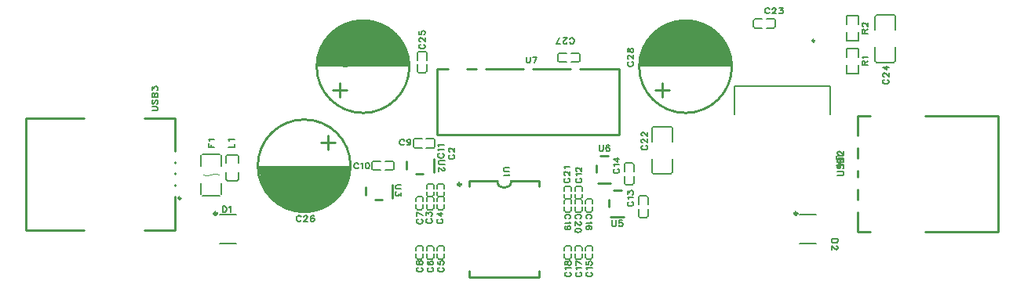
<source format=gto>
G04 Layer: TopSilkscreenLayer*
G04 EasyEDA Pro v2.2.36.7, 2025-03-08 17:24:09*
G04 Gerber Generator version 0.3*
G04 Scale: 100 percent, Rotated: No, Reflected: No*
G04 Dimensions in millimeters*
G04 Leading zeros omitted, absolute positions, 4 integers and 5 decimals*
%FSLAX45Y45*%
%MOMM*%
%ADD10C,0.1524*%
%ADD11C,0.254*%
%ADD12C,0.0762*%
%ADD13C,0.15199*%
%ADD14C,0.3*%
G75*


G04 Text Start*
G54D10*
G01X1874520Y-2217166D02*
G01X1874520Y-2282190D01*
G01X1874520Y-2217166D02*
G01X1896110Y-2217166D01*
G01X1905508Y-2220214D01*
G01X1911604Y-2226310D01*
G01X1914652Y-2232660D01*
G01X1917954Y-2241804D01*
G01X1917954Y-2257298D01*
G01X1914652Y-2266696D01*
G01X1911604Y-2272792D01*
G01X1905508Y-2279142D01*
G01X1896110Y-2282190D01*
G01X1874520Y-2282190D01*
G01X1948180Y-2229612D02*
G01X1954276Y-2226310D01*
G01X1963420Y-2217166D01*
G01X1963420Y-2282190D01*
G01X8514334Y-2573020D02*
G01X8449310Y-2573020D01*
G01X8514334Y-2573020D02*
G01X8514334Y-2594610D01*
G01X8511286Y-2604008D01*
G01X8505190Y-2610104D01*
G01X8498840Y-2613152D01*
G01X8489696Y-2616454D01*
G01X8474202Y-2616454D01*
G01X8464804Y-2613152D01*
G01X8458708Y-2610104D01*
G01X8452358Y-2604008D01*
G01X8449310Y-2594610D01*
G01X8449310Y-2573020D01*
G01X8498840Y-2649728D02*
G01X8501888Y-2649728D01*
G01X8508238Y-2652776D01*
G01X8511286Y-2655824D01*
G01X8514334Y-2661920D01*
G01X8514334Y-2674366D01*
G01X8511286Y-2680716D01*
G01X8508238Y-2683764D01*
G01X8501888Y-2686812D01*
G01X8495792Y-2686812D01*
G01X8489696Y-2683764D01*
G01X8480298Y-2677414D01*
G01X8449310Y-2646680D01*
G01X8449310Y-2689860D01*
G01X4971034Y-1798320D02*
G01X4924552Y-1798320D01*
G01X4915408Y-1801368D01*
G01X4909058Y-1807718D01*
G01X4906010Y-1816862D01*
G01X4906010Y-1823212D01*
G01X4909058Y-1832356D01*
G01X4915408Y-1838452D01*
G01X4924552Y-1841754D01*
G01X4971034Y-1841754D01*
G01X4958588Y-1871980D02*
G01X4961890Y-1878076D01*
G01X4971034Y-1887220D01*
G01X4906010Y-1887220D01*
G01X8565134Y-1671320D02*
G01X8518652Y-1671320D01*
G01X8509508Y-1674368D01*
G01X8503158Y-1680718D01*
G01X8500110Y-1689862D01*
G01X8500110Y-1696212D01*
G01X8503158Y-1705356D01*
G01X8509508Y-1711452D01*
G01X8518652Y-1714754D01*
G01X8565134Y-1714754D01*
G01X8565134Y-1775714D02*
G01X8521954Y-1744980D01*
G01X8521954Y-1791208D01*
G01X8565134Y-1775714D02*
G01X8500110Y-1775714D01*
G01X5151115Y-604266D02*
G01X5151115Y-650748D01*
G01X5154163Y-659892D01*
G01X5160513Y-666242D01*
G01X5169657Y-669290D01*
G01X5176007Y-669290D01*
G01X5185151Y-666242D01*
G01X5191247Y-659892D01*
G01X5194549Y-650748D01*
G01X5194549Y-604266D01*
G01X5267955Y-604266D02*
G01X5236967Y-669290D01*
G01X5224775Y-604266D02*
G01X5267955Y-604266D01*
G01X8510372Y-1884680D02*
G01X8556854Y-1884680D01*
G01X8565998Y-1881632D01*
G01X8572348Y-1875282D01*
G01X8575396Y-1866138D01*
G01X8575396Y-1859788D01*
G01X8572348Y-1850644D01*
G01X8565998Y-1844548D01*
G01X8556854Y-1841246D01*
G01X8510372Y-1841246D01*
G01X8519516Y-1767840D02*
G01X8513420Y-1773936D01*
G01X8510372Y-1783334D01*
G01X8510372Y-1795780D01*
G01X8513420Y-1804924D01*
G01X8519516Y-1811020D01*
G01X8525866Y-1811020D01*
G01X8531962Y-1807972D01*
G01X8535010Y-1804924D01*
G01X8538058Y-1798828D01*
G01X8544408Y-1780286D01*
G01X8547456Y-1773936D01*
G01X8550504Y-1770888D01*
G01X8556854Y-1767840D01*
G01X8565998Y-1767840D01*
G01X8572348Y-1773936D01*
G01X8575396Y-1783334D01*
G01X8575396Y-1795780D01*
G01X8572348Y-1804924D01*
G01X8565998Y-1811020D01*
G01X8510372Y-1737614D02*
G01X8575396Y-1737614D01*
G01X8510372Y-1737614D02*
G01X8510372Y-1709928D01*
G01X8513420Y-1700530D01*
G01X8516468Y-1697482D01*
G01X8522818Y-1694434D01*
G01X8528914Y-1694434D01*
G01X8535010Y-1697482D01*
G01X8538058Y-1700530D01*
G01X8541360Y-1709928D01*
G01X8541360Y-1737614D02*
G01X8541360Y-1709928D01*
G01X8544408Y-1700530D01*
G01X8547456Y-1697482D01*
G01X8553552Y-1694434D01*
G01X8562950Y-1694434D01*
G01X8569046Y-1697482D01*
G01X8572348Y-1700530D01*
G01X8575396Y-1709928D01*
G01X8575396Y-1737614D01*
G01X8525866Y-1661160D02*
G01X8522818Y-1661160D01*
G01X8516468Y-1658112D01*
G01X8513420Y-1655064D01*
G01X8510372Y-1648968D01*
G01X8510372Y-1636522D01*
G01X8513420Y-1630172D01*
G01X8516468Y-1627124D01*
G01X8522818Y-1624076D01*
G01X8528914Y-1624076D01*
G01X8535010Y-1627124D01*
G01X8544408Y-1633474D01*
G01X8575396Y-1664208D01*
G01X8575396Y-1621028D01*
G01X4328160Y-1660398D02*
G01X4321810Y-1663446D01*
G01X4315714Y-1669796D01*
G01X4312666Y-1675892D01*
G01X4312666Y-1688338D01*
G01X4315714Y-1694434D01*
G01X4321810Y-1700784D01*
G01X4328160Y-1703832D01*
G01X4337304Y-1706880D01*
G01X4352798Y-1706880D01*
G01X4362196Y-1703832D01*
G01X4368292Y-1700784D01*
G01X4374642Y-1694434D01*
G01X4377690Y-1688338D01*
G01X4377690Y-1675892D01*
G01X4374642Y-1669796D01*
G01X4368292Y-1663446D01*
G01X4362196Y-1660398D01*
G01X4328160Y-1627124D02*
G01X4325112Y-1627124D01*
G01X4318762Y-1624076D01*
G01X4315714Y-1621028D01*
G01X4312666Y-1614932D01*
G01X4312666Y-1602486D01*
G01X4315714Y-1596136D01*
G01X4318762Y-1593088D01*
G01X4325112Y-1590040D01*
G01X4331208Y-1590040D01*
G01X4337304Y-1593088D01*
G01X4346702Y-1599438D01*
G01X4377690Y-1630172D01*
G01X4377690Y-1586992D01*
G01X4086860Y-2354326D02*
G01X4080510Y-2357374D01*
G01X4074414Y-2363724D01*
G01X4071366Y-2369820D01*
G01X4071366Y-2382266D01*
G01X4074414Y-2388362D01*
G01X4080510Y-2394712D01*
G01X4086860Y-2397760D01*
G01X4096004Y-2400808D01*
G01X4111498Y-2400808D01*
G01X4120896Y-2397760D01*
G01X4126992Y-2394712D01*
G01X4133342Y-2388362D01*
G01X4136390Y-2382266D01*
G01X4136390Y-2369820D01*
G01X4133342Y-2363724D01*
G01X4126992Y-2357374D01*
G01X4120896Y-2354326D01*
G01X4071366Y-2318004D02*
G01X4071366Y-2283968D01*
G01X4096004Y-2302510D01*
G01X4096004Y-2293366D01*
G01X4099052Y-2287016D01*
G01X4102354Y-2283968D01*
G01X4111498Y-2280920D01*
G01X4117848Y-2280920D01*
G01X4126992Y-2283968D01*
G01X4133342Y-2290064D01*
G01X4136390Y-2299462D01*
G01X4136390Y-2308860D01*
G01X4133342Y-2318004D01*
G01X4130040Y-2321052D01*
G01X4123944Y-2324100D01*
G01X4201160Y-2357374D02*
G01X4194810Y-2360422D01*
G01X4188714Y-2366772D01*
G01X4185666Y-2372868D01*
G01X4185666Y-2385314D01*
G01X4188714Y-2391410D01*
G01X4194810Y-2397760D01*
G01X4201160Y-2400808D01*
G01X4210304Y-2403856D01*
G01X4225798Y-2403856D01*
G01X4235196Y-2400808D01*
G01X4241292Y-2397760D01*
G01X4247642Y-2391410D01*
G01X4250690Y-2385314D01*
G01X4250690Y-2372868D01*
G01X4247642Y-2366772D01*
G01X4241292Y-2360422D01*
G01X4235196Y-2357374D01*
G01X4185666Y-2296414D02*
G01X4228846Y-2327148D01*
G01X4228846Y-2280920D01*
G01X4185666Y-2296414D02*
G01X4250690Y-2296414D01*
G01X4213860Y-2879598D02*
G01X4207510Y-2882646D01*
G01X4201414Y-2888996D01*
G01X4198366Y-2895092D01*
G01X4198366Y-2907538D01*
G01X4201414Y-2913634D01*
G01X4207510Y-2919984D01*
G01X4213860Y-2923032D01*
G01X4223004Y-2926080D01*
G01X4238498Y-2926080D01*
G01X4247896Y-2923032D01*
G01X4253992Y-2919984D01*
G01X4260342Y-2913634D01*
G01X4263390Y-2907538D01*
G01X4263390Y-2895092D01*
G01X4260342Y-2888996D01*
G01X4253992Y-2882646D01*
G01X4247896Y-2879598D01*
G01X4198366Y-2812288D02*
G01X4198366Y-2843276D01*
G01X4226052Y-2846324D01*
G01X4223004Y-2843276D01*
G01X4219956Y-2834132D01*
G01X4219956Y-2824734D01*
G01X4223004Y-2815336D01*
G01X4229354Y-2809240D01*
G01X4238498Y-2806192D01*
G01X4244848Y-2806192D01*
G01X4253992Y-2809240D01*
G01X4260342Y-2815336D01*
G01X4263390Y-2824734D01*
G01X4263390Y-2834132D01*
G01X4260342Y-2843276D01*
G01X4257040Y-2846324D01*
G01X4250944Y-2849372D01*
G01X4099560Y-2879598D02*
G01X4093210Y-2882646D01*
G01X4087114Y-2888996D01*
G01X4084066Y-2895092D01*
G01X4084066Y-2907538D01*
G01X4087114Y-2913634D01*
G01X4093210Y-2919984D01*
G01X4099560Y-2923032D01*
G01X4108704Y-2926080D01*
G01X4124198Y-2926080D01*
G01X4133596Y-2923032D01*
G01X4139692Y-2919984D01*
G01X4146042Y-2913634D01*
G01X4149090Y-2907538D01*
G01X4149090Y-2895092D01*
G01X4146042Y-2888996D01*
G01X4139692Y-2882646D01*
G01X4133596Y-2879598D01*
G01X4093210Y-2812288D02*
G01X4087114Y-2815336D01*
G01X4084066Y-2824734D01*
G01X4084066Y-2830830D01*
G01X4087114Y-2840228D01*
G01X4096512Y-2846324D01*
G01X4111752Y-2849372D01*
G01X4127246Y-2849372D01*
G01X4139692Y-2846324D01*
G01X4146042Y-2840228D01*
G01X4149090Y-2830830D01*
G01X4149090Y-2827782D01*
G01X4146042Y-2818638D01*
G01X4139692Y-2812288D01*
G01X4130548Y-2809240D01*
G01X4127246Y-2809240D01*
G01X4118102Y-2812288D01*
G01X4111752Y-2818638D01*
G01X4108704Y-2827782D01*
G01X4108704Y-2830830D01*
G01X4111752Y-2840228D01*
G01X4118102Y-2846324D01*
G01X4127246Y-2849372D01*
G01X3985260Y-2358898D02*
G01X3978910Y-2361946D01*
G01X3972814Y-2368296D01*
G01X3969766Y-2374392D01*
G01X3969766Y-2386838D01*
G01X3972814Y-2392934D01*
G01X3978910Y-2399284D01*
G01X3985260Y-2402332D01*
G01X3994404Y-2405380D01*
G01X4009898Y-2405380D01*
G01X4019296Y-2402332D01*
G01X4025392Y-2399284D01*
G01X4031742Y-2392934D01*
G01X4034790Y-2386838D01*
G01X4034790Y-2374392D01*
G01X4031742Y-2368296D01*
G01X4025392Y-2361946D01*
G01X4019296Y-2358898D01*
G01X3969766Y-2285492D02*
G01X4034790Y-2316480D01*
G01X3969766Y-2328672D02*
G01X3969766Y-2285492D01*
G01X3985260Y-2879598D02*
G01X3978910Y-2882646D01*
G01X3972814Y-2888996D01*
G01X3969766Y-2895092D01*
G01X3969766Y-2907538D01*
G01X3972814Y-2913634D01*
G01X3978910Y-2919984D01*
G01X3985260Y-2923032D01*
G01X3994404Y-2926080D01*
G01X4009898Y-2926080D01*
G01X4019296Y-2923032D01*
G01X4025392Y-2919984D01*
G01X4031742Y-2913634D01*
G01X4034790Y-2907538D01*
G01X4034790Y-2895092D01*
G01X4031742Y-2888996D01*
G01X4025392Y-2882646D01*
G01X4019296Y-2879598D01*
G01X3969766Y-2834132D02*
G01X3972814Y-2843276D01*
G01X3978910Y-2846324D01*
G01X3985260Y-2846324D01*
G01X3991356Y-2843276D01*
G01X3994404Y-2837180D01*
G01X3997452Y-2824734D01*
G01X4000754Y-2815336D01*
G01X4006850Y-2809240D01*
G01X4012946Y-2806192D01*
G01X4022344Y-2806192D01*
G01X4028440Y-2809240D01*
G01X4031742Y-2812288D01*
G01X4034790Y-2821686D01*
G01X4034790Y-2834132D01*
G01X4031742Y-2843276D01*
G01X4028440Y-2846324D01*
G01X4022344Y-2849372D01*
G01X4012946Y-2849372D01*
G01X4006850Y-2846324D01*
G01X4000754Y-2840228D01*
G01X3997452Y-2830830D01*
G01X3994404Y-2818638D01*
G01X3991356Y-2812288D01*
G01X3985260Y-2809240D01*
G01X3978910Y-2809240D01*
G01X3972814Y-2812288D01*
G01X3969766Y-2821686D01*
G01X3969766Y-2834132D01*
G01X3833622Y-1508760D02*
G01X3830574Y-1502410D01*
G01X3824224Y-1496314D01*
G01X3818128Y-1493266D01*
G01X3805682Y-1493266D01*
G01X3799586Y-1496314D01*
G01X3793236Y-1502410D01*
G01X3790188Y-1508760D01*
G01X3787140Y-1517904D01*
G01X3787140Y-1533398D01*
G01X3790188Y-1542796D01*
G01X3793236Y-1548892D01*
G01X3799586Y-1555242D01*
G01X3805682Y-1558290D01*
G01X3818128Y-1558290D01*
G01X3824224Y-1555242D01*
G01X3830574Y-1548892D01*
G01X3833622Y-1542796D01*
G01X3903980Y-1514856D02*
G01X3900932Y-1524254D01*
G01X3894582Y-1530350D01*
G01X3885438Y-1533398D01*
G01X3882390Y-1533398D01*
G01X3872992Y-1530350D01*
G01X3866896Y-1524254D01*
G01X3863848Y-1514856D01*
G01X3863848Y-1511808D01*
G01X3866896Y-1502410D01*
G01X3872992Y-1496314D01*
G01X3882390Y-1493266D01*
G01X3885438Y-1493266D01*
G01X3894582Y-1496314D01*
G01X3900932Y-1502410D01*
G01X3903980Y-1514856D01*
G01X3903980Y-1530350D01*
G01X3900932Y-1545844D01*
G01X3894582Y-1555242D01*
G01X3885438Y-1558290D01*
G01X3879088Y-1558290D01*
G01X3869944Y-1555242D01*
G01X3866896Y-1548892D01*
G01X3340608Y-1762760D02*
G01X3337560Y-1756410D01*
G01X3331210Y-1750314D01*
G01X3325114Y-1747266D01*
G01X3312668Y-1747266D01*
G01X3306572Y-1750314D01*
G01X3300222Y-1756410D01*
G01X3297174Y-1762760D01*
G01X3294126Y-1771904D01*
G01X3294126Y-1787398D01*
G01X3297174Y-1796796D01*
G01X3300222Y-1802892D01*
G01X3306572Y-1809242D01*
G01X3312668Y-1812290D01*
G01X3325114Y-1812290D01*
G01X3331210Y-1809242D01*
G01X3337560Y-1802892D01*
G01X3340608Y-1796796D01*
G01X3370834Y-1759712D02*
G01X3376930Y-1756410D01*
G01X3386074Y-1747266D01*
G01X3386074Y-1812290D01*
G01X3434842Y-1747266D02*
G01X3425444Y-1750314D01*
G01X3419348Y-1759712D01*
G01X3416300Y-1774952D01*
G01X3416300Y-1784350D01*
G01X3419348Y-1799844D01*
G01X3425444Y-1809242D01*
G01X3434842Y-1812290D01*
G01X3440938Y-1812290D01*
G01X3450336Y-1809242D01*
G01X3456432Y-1799844D01*
G01X3459480Y-1784350D01*
G01X3459480Y-1774952D01*
G01X3456432Y-1759712D01*
G01X3450336Y-1750314D01*
G01X3440938Y-1747266D01*
G01X3434842Y-1747266D01*
G01X4213860Y-1647698D02*
G01X4207510Y-1650746D01*
G01X4201414Y-1657096D01*
G01X4198366Y-1663192D01*
G01X4198366Y-1675638D01*
G01X4201414Y-1681734D01*
G01X4207510Y-1688084D01*
G01X4213860Y-1691132D01*
G01X4223004Y-1694180D01*
G01X4238498Y-1694180D01*
G01X4247896Y-1691132D01*
G01X4253992Y-1688084D01*
G01X4260342Y-1681734D01*
G01X4263390Y-1675638D01*
G01X4263390Y-1663192D01*
G01X4260342Y-1657096D01*
G01X4253992Y-1650746D01*
G01X4247896Y-1647698D01*
G01X4210812Y-1617472D02*
G01X4207510Y-1611376D01*
G01X4198366Y-1602232D01*
G01X4263390Y-1602232D01*
G01X4210812Y-1572006D02*
G01X4207510Y-1565910D01*
G01X4198366Y-1556766D01*
G01X4263390Y-1556766D01*
G01X5699760Y-1917192D02*
G01X5693410Y-1920240D01*
G01X5687314Y-1926590D01*
G01X5684266Y-1932686D01*
G01X5684266Y-1945132D01*
G01X5687314Y-1951228D01*
G01X5693410Y-1957578D01*
G01X5699760Y-1960626D01*
G01X5708904Y-1963674D01*
G01X5724398Y-1963674D01*
G01X5733796Y-1960626D01*
G01X5739892Y-1957578D01*
G01X5746242Y-1951228D01*
G01X5749290Y-1945132D01*
G01X5749290Y-1932686D01*
G01X5746242Y-1926590D01*
G01X5739892Y-1920240D01*
G01X5733796Y-1917192D01*
G01X5696712Y-1886966D02*
G01X5693410Y-1880870D01*
G01X5684266Y-1871726D01*
G01X5749290Y-1871726D01*
G01X5699760Y-1838452D02*
G01X5696712Y-1838452D01*
G01X5690362Y-1835404D01*
G01X5687314Y-1832356D01*
G01X5684266Y-1826260D01*
G01X5684266Y-1813814D01*
G01X5687314Y-1807464D01*
G01X5690362Y-1804416D01*
G01X5696712Y-1801368D01*
G01X5702808Y-1801368D01*
G01X5708904Y-1804416D01*
G01X5718302Y-1810766D01*
G01X5749290Y-1841500D01*
G01X5749290Y-1798320D01*
G01X6258560Y-2168398D02*
G01X6252210Y-2171446D01*
G01X6246114Y-2177796D01*
G01X6243066Y-2183892D01*
G01X6243066Y-2196338D01*
G01X6246114Y-2202434D01*
G01X6252210Y-2208784D01*
G01X6258560Y-2211832D01*
G01X6267704Y-2214880D01*
G01X6283198Y-2214880D01*
G01X6292596Y-2211832D01*
G01X6298692Y-2208784D01*
G01X6305042Y-2202434D01*
G01X6308090Y-2196338D01*
G01X6308090Y-2183892D01*
G01X6305042Y-2177796D01*
G01X6298692Y-2171446D01*
G01X6292596Y-2168398D01*
G01X6255512Y-2138172D02*
G01X6252210Y-2132076D01*
G01X6243066Y-2122932D01*
G01X6308090Y-2122932D01*
G01X6243066Y-2086610D02*
G01X6243066Y-2052574D01*
G01X6267704Y-2071116D01*
G01X6267704Y-2061972D01*
G01X6270752Y-2055622D01*
G01X6274054Y-2052574D01*
G01X6283198Y-2049526D01*
G01X6289548Y-2049526D01*
G01X6298692Y-2052574D01*
G01X6305042Y-2058670D01*
G01X6308090Y-2068068D01*
G01X6308090Y-2077466D01*
G01X6305042Y-2086610D01*
G01X6301740Y-2089658D01*
G01X6295644Y-2092706D01*
G01X6106160Y-1812798D02*
G01X6099810Y-1815846D01*
G01X6093714Y-1822196D01*
G01X6090666Y-1828292D01*
G01X6090666Y-1840738D01*
G01X6093714Y-1846834D01*
G01X6099810Y-1853184D01*
G01X6106160Y-1856232D01*
G01X6115304Y-1859280D01*
G01X6130798Y-1859280D01*
G01X6140196Y-1856232D01*
G01X6146292Y-1853184D01*
G01X6152642Y-1846834D01*
G01X6155690Y-1840738D01*
G01X6155690Y-1828292D01*
G01X6152642Y-1822196D01*
G01X6146292Y-1815846D01*
G01X6140196Y-1812798D01*
G01X6103112Y-1782572D02*
G01X6099810Y-1776476D01*
G01X6090666Y-1767332D01*
G01X6155690Y-1767332D01*
G01X6090666Y-1706372D02*
G01X6133846Y-1737106D01*
G01X6133846Y-1690878D01*
G01X6090666Y-1706372D02*
G01X6155690Y-1706372D01*
G01X5814060Y-2930398D02*
G01X5807710Y-2933446D01*
G01X5801614Y-2939796D01*
G01X5798566Y-2945892D01*
G01X5798566Y-2958338D01*
G01X5801614Y-2964434D01*
G01X5807710Y-2970784D01*
G01X5814060Y-2973832D01*
G01X5823204Y-2976880D01*
G01X5838698Y-2976880D01*
G01X5848096Y-2973832D01*
G01X5854192Y-2970784D01*
G01X5860542Y-2964434D01*
G01X5863590Y-2958338D01*
G01X5863590Y-2945892D01*
G01X5860542Y-2939796D01*
G01X5854192Y-2933446D01*
G01X5848096Y-2930398D01*
G01X5811012Y-2900172D02*
G01X5807710Y-2894076D01*
G01X5798566Y-2884932D01*
G01X5863590Y-2884932D01*
G01X5798566Y-2817622D02*
G01X5798566Y-2848610D01*
G01X5826252Y-2851658D01*
G01X5823204Y-2848610D01*
G01X5820156Y-2839466D01*
G01X5820156Y-2830068D01*
G01X5823204Y-2820670D01*
G01X5829554Y-2814574D01*
G01X5838698Y-2811526D01*
G01X5845048Y-2811526D01*
G01X5854192Y-2814574D01*
G01X5860542Y-2820670D01*
G01X5863590Y-2830068D01*
G01X5863590Y-2839466D01*
G01X5860542Y-2848610D01*
G01X5857240Y-2851658D01*
G01X5851144Y-2854706D01*
G01X5844540Y-2353056D02*
G01X5850890Y-2350008D01*
G01X5856986Y-2343658D01*
G01X5860034Y-2337562D01*
G01X5860034Y-2325116D01*
G01X5856986Y-2319020D01*
G01X5850890Y-2312670D01*
G01X5844540Y-2309622D01*
G01X5835396Y-2306574D01*
G01X5819902Y-2306574D01*
G01X5810504Y-2309622D01*
G01X5804408Y-2312670D01*
G01X5798058Y-2319020D01*
G01X5795010Y-2325116D01*
G01X5795010Y-2337562D01*
G01X5798058Y-2343658D01*
G01X5804408Y-2350008D01*
G01X5810504Y-2353056D01*
G01X5847588Y-2383282D02*
G01X5850890Y-2389378D01*
G01X5860034Y-2398522D01*
G01X5795010Y-2398522D01*
G01X5850890Y-2465832D02*
G01X5856986Y-2462784D01*
G01X5860034Y-2453386D01*
G01X5860034Y-2447290D01*
G01X5856986Y-2437892D01*
G01X5847588Y-2431796D01*
G01X5832348Y-2428748D01*
G01X5816854Y-2428748D01*
G01X5804408Y-2431796D01*
G01X5798058Y-2437892D01*
G01X5795010Y-2447290D01*
G01X5795010Y-2450338D01*
G01X5798058Y-2459482D01*
G01X5804408Y-2465832D01*
G01X5813552Y-2468880D01*
G01X5816854Y-2468880D01*
G01X5825998Y-2465832D01*
G01X5832348Y-2459482D01*
G01X5835396Y-2450338D01*
G01X5835396Y-2447290D01*
G01X5832348Y-2437892D01*
G01X5825998Y-2431796D01*
G01X5816854Y-2428748D01*
G01X5699760Y-2930398D02*
G01X5693410Y-2933446D01*
G01X5687314Y-2939796D01*
G01X5684266Y-2945892D01*
G01X5684266Y-2958338D01*
G01X5687314Y-2964434D01*
G01X5693410Y-2970784D01*
G01X5699760Y-2973832D01*
G01X5708904Y-2976880D01*
G01X5724398Y-2976880D01*
G01X5733796Y-2973832D01*
G01X5739892Y-2970784D01*
G01X5746242Y-2964434D01*
G01X5749290Y-2958338D01*
G01X5749290Y-2945892D01*
G01X5746242Y-2939796D01*
G01X5739892Y-2933446D01*
G01X5733796Y-2930398D01*
G01X5696712Y-2900172D02*
G01X5693410Y-2894076D01*
G01X5684266Y-2884932D01*
G01X5749290Y-2884932D01*
G01X5684266Y-2811526D02*
G01X5749290Y-2842514D01*
G01X5684266Y-2854706D02*
G01X5684266Y-2811526D01*
G01X5585460Y-2930398D02*
G01X5579110Y-2933446D01*
G01X5573014Y-2939796D01*
G01X5569966Y-2945892D01*
G01X5569966Y-2958338D01*
G01X5573014Y-2964434D01*
G01X5579110Y-2970784D01*
G01X5585460Y-2973832D01*
G01X5594604Y-2976880D01*
G01X5610098Y-2976880D01*
G01X5619496Y-2973832D01*
G01X5625592Y-2970784D01*
G01X5631942Y-2964434D01*
G01X5634990Y-2958338D01*
G01X5634990Y-2945892D01*
G01X5631942Y-2939796D01*
G01X5625592Y-2933446D01*
G01X5619496Y-2930398D01*
G01X5582412Y-2900172D02*
G01X5579110Y-2894076D01*
G01X5569966Y-2884932D01*
G01X5634990Y-2884932D01*
G01X5569966Y-2839466D02*
G01X5573014Y-2848610D01*
G01X5579110Y-2851658D01*
G01X5585460Y-2851658D01*
G01X5591556Y-2848610D01*
G01X5594604Y-2842514D01*
G01X5597652Y-2830068D01*
G01X5600954Y-2820670D01*
G01X5607050Y-2814574D01*
G01X5613146Y-2811526D01*
G01X5622544Y-2811526D01*
G01X5628640Y-2814574D01*
G01X5631942Y-2817622D01*
G01X5634990Y-2827020D01*
G01X5634990Y-2839466D01*
G01X5631942Y-2848610D01*
G01X5628640Y-2851658D01*
G01X5622544Y-2854706D01*
G01X5613146Y-2854706D01*
G01X5607050Y-2851658D01*
G01X5600954Y-2845562D01*
G01X5597652Y-2836164D01*
G01X5594604Y-2823972D01*
G01X5591556Y-2817622D01*
G01X5585460Y-2814574D01*
G01X5579110Y-2814574D01*
G01X5573014Y-2817622D01*
G01X5569966Y-2827020D01*
G01X5569966Y-2839466D01*
G01X5615940Y-2352802D02*
G01X5622290Y-2349754D01*
G01X5628386Y-2343404D01*
G01X5631434Y-2337308D01*
G01X5631434Y-2324862D01*
G01X5628386Y-2318766D01*
G01X5622290Y-2312416D01*
G01X5615940Y-2309368D01*
G01X5606796Y-2306320D01*
G01X5591302Y-2306320D01*
G01X5581904Y-2309368D01*
G01X5575808Y-2312416D01*
G01X5569458Y-2318766D01*
G01X5566410Y-2324862D01*
G01X5566410Y-2337308D01*
G01X5569458Y-2343404D01*
G01X5575808Y-2349754D01*
G01X5581904Y-2352802D01*
G01X5618988Y-2383028D02*
G01X5622290Y-2389124D01*
G01X5631434Y-2398268D01*
G01X5566410Y-2398268D01*
G01X5609844Y-2468626D02*
G01X5600446Y-2465578D01*
G01X5594350Y-2459228D01*
G01X5591302Y-2450084D01*
G01X5591302Y-2447036D01*
G01X5594350Y-2437638D01*
G01X5600446Y-2431542D01*
G01X5609844Y-2428494D01*
G01X5612892Y-2428494D01*
G01X5622290Y-2431542D01*
G01X5628386Y-2437638D01*
G01X5631434Y-2447036D01*
G01X5631434Y-2450084D01*
G01X5628386Y-2459228D01*
G01X5622290Y-2465578D01*
G01X5609844Y-2468626D01*
G01X5594350Y-2468626D01*
G01X5578856Y-2465578D01*
G01X5569458Y-2459228D01*
G01X5566410Y-2450084D01*
G01X5566410Y-2443734D01*
G01X5569458Y-2434590D01*
G01X5575808Y-2431542D01*
G01X5730240Y-2352802D02*
G01X5736590Y-2349754D01*
G01X5742686Y-2343404D01*
G01X5745734Y-2337308D01*
G01X5745734Y-2324862D01*
G01X5742686Y-2318766D01*
G01X5736590Y-2312416D01*
G01X5730240Y-2309368D01*
G01X5721096Y-2306320D01*
G01X5705602Y-2306320D01*
G01X5696204Y-2309368D01*
G01X5690108Y-2312416D01*
G01X5683758Y-2318766D01*
G01X5680710Y-2324862D01*
G01X5680710Y-2337308D01*
G01X5683758Y-2343404D01*
G01X5690108Y-2349754D01*
G01X5696204Y-2352802D01*
G01X5730240Y-2386076D02*
G01X5733288Y-2386076D01*
G01X5739638Y-2389124D01*
G01X5742686Y-2392172D01*
G01X5745734Y-2398268D01*
G01X5745734Y-2410714D01*
G01X5742686Y-2417064D01*
G01X5739638Y-2420112D01*
G01X5733288Y-2423160D01*
G01X5727192Y-2423160D01*
G01X5721096Y-2420112D01*
G01X5711698Y-2413762D01*
G01X5680710Y-2383028D01*
G01X5680710Y-2426208D01*
G01X5745734Y-2474976D02*
G01X5742686Y-2465578D01*
G01X5733288Y-2459482D01*
G01X5718048Y-2456434D01*
G01X5708650Y-2456434D01*
G01X5693156Y-2459482D01*
G01X5683758Y-2465578D01*
G01X5680710Y-2474976D01*
G01X5680710Y-2481072D01*
G01X5683758Y-2490470D01*
G01X5693156Y-2496566D01*
G01X5708650Y-2499614D01*
G01X5718048Y-2499614D01*
G01X5733288Y-2496566D01*
G01X5742686Y-2490470D01*
G01X5745734Y-2481072D01*
G01X5745734Y-2474976D01*
G01X5572760Y-1914398D02*
G01X5566410Y-1917446D01*
G01X5560314Y-1923796D01*
G01X5557266Y-1929892D01*
G01X5557266Y-1942338D01*
G01X5560314Y-1948434D01*
G01X5566410Y-1954784D01*
G01X5572760Y-1957832D01*
G01X5581904Y-1960880D01*
G01X5597398Y-1960880D01*
G01X5606796Y-1957832D01*
G01X5612892Y-1954784D01*
G01X5619242Y-1948434D01*
G01X5622290Y-1942338D01*
G01X5622290Y-1929892D01*
G01X5619242Y-1923796D01*
G01X5612892Y-1917446D01*
G01X5606796Y-1914398D01*
G01X5572760Y-1881124D02*
G01X5569712Y-1881124D01*
G01X5563362Y-1878076D01*
G01X5560314Y-1875028D01*
G01X5557266Y-1868932D01*
G01X5557266Y-1856486D01*
G01X5560314Y-1850136D01*
G01X5563362Y-1847088D01*
G01X5569712Y-1844040D01*
G01X5575808Y-1844040D01*
G01X5581904Y-1847088D01*
G01X5591302Y-1853438D01*
G01X5622290Y-1884172D01*
G01X5622290Y-1840992D01*
G01X5569712Y-1810766D02*
G01X5566410Y-1804670D01*
G01X5557266Y-1795526D01*
G01X5622290Y-1795526D01*
G01X7775702Y-86360D02*
G01X7772654Y-80010D01*
G01X7766304Y-73914D01*
G01X7760208Y-70866D01*
G01X7747762Y-70866D01*
G01X7741666Y-73914D01*
G01X7735316Y-80010D01*
G01X7732268Y-86360D01*
G01X7729220Y-95504D01*
G01X7729220Y-110998D01*
G01X7732268Y-120396D01*
G01X7735316Y-126492D01*
G01X7741666Y-132842D01*
G01X7747762Y-135890D01*
G01X7760208Y-135890D01*
G01X7766304Y-132842D01*
G01X7772654Y-126492D01*
G01X7775702Y-120396D01*
G01X7808976Y-86360D02*
G01X7808976Y-83312D01*
G01X7812024Y-76962D01*
G01X7815072Y-73914D01*
G01X7821168Y-70866D01*
G01X7833614Y-70866D01*
G01X7839964Y-73914D01*
G01X7843012Y-76962D01*
G01X7846060Y-83312D01*
G01X7846060Y-89408D01*
G01X7843012Y-95504D01*
G01X7836662Y-104902D01*
G01X7805928Y-135890D01*
G01X7849108Y-135890D01*
G01X7885430Y-70866D02*
G01X7919466Y-70866D01*
G01X7900924Y-95504D01*
G01X7910068Y-95504D01*
G01X7916418Y-98552D01*
G01X7919466Y-101854D01*
G01X7922514Y-110998D01*
G01X7922514Y-117348D01*
G01X7919466Y-126492D01*
G01X7913370Y-132842D01*
G01X7903972Y-135890D01*
G01X7894574Y-135890D01*
G01X7885430Y-132842D01*
G01X7882382Y-129540D01*
G01X7879334Y-123444D01*
G01X1721866Y-1579880D02*
G01X1786890Y-1579880D01*
G01X1721866Y-1579880D02*
G01X1721866Y-1539748D01*
G01X1752854Y-1579880D02*
G01X1752854Y-1554988D01*
G01X1734312Y-1509522D02*
G01X1731010Y-1503426D01*
G01X1721866Y-1494282D01*
G01X1786890Y-1494282D01*
G01X1937766Y-1579880D02*
G01X2002790Y-1579880D01*
G01X2002790Y-1579880D02*
G01X2002790Y-1542796D01*
G01X1950212Y-1512570D02*
G01X1946910Y-1506474D01*
G01X1937766Y-1497330D01*
G01X2002790Y-1497330D01*
G01X8774692Y-691655D02*
G01X8839716Y-691655D01*
G01X8774692Y-691655D02*
G01X8774692Y-663715D01*
G01X8777740Y-654571D01*
G01X8780788Y-651523D01*
G01X8787138Y-648221D01*
G01X8793234Y-648221D01*
G01X8799330Y-651523D01*
G01X8802378Y-654571D01*
G01X8805680Y-663715D01*
G01X8805680Y-691655D01*
G01X8805680Y-670065D02*
G01X8839716Y-648221D01*
G01X8787138Y-617995D02*
G01X8783836Y-611899D01*
G01X8774692Y-602755D01*
G01X8839716Y-602755D01*
G01X8774692Y-348755D02*
G01X8839716Y-348755D01*
G01X8774692Y-348755D02*
G01X8774692Y-320815D01*
G01X8777740Y-311671D01*
G01X8780788Y-308623D01*
G01X8787138Y-305321D01*
G01X8793234Y-305321D01*
G01X8799330Y-308623D01*
G01X8802378Y-311671D01*
G01X8805680Y-320815D01*
G01X8805680Y-348755D01*
G01X8805680Y-327165D02*
G01X8839716Y-305321D01*
G01X8790186Y-272047D02*
G01X8787138Y-272047D01*
G01X8780788Y-268999D01*
G01X8777740Y-265951D01*
G01X8774692Y-259855D01*
G01X8774692Y-247409D01*
G01X8777740Y-241059D01*
G01X8780788Y-238011D01*
G01X8787138Y-234963D01*
G01X8793234Y-234963D01*
G01X8799330Y-238011D01*
G01X8808728Y-244361D01*
G01X8839716Y-275095D01*
G01X8839716Y-231915D01*
G01X5938520Y-1556766D02*
G01X5938520Y-1603248D01*
G01X5941568Y-1612392D01*
G01X5947918Y-1618742D01*
G01X5957062Y-1621790D01*
G01X5963412Y-1621790D01*
G01X5972556Y-1618742D01*
G01X5978652Y-1612392D01*
G01X5981954Y-1603248D01*
G01X5981954Y-1556766D01*
G01X6049264Y-1565910D02*
G01X6046216Y-1559814D01*
G01X6036818Y-1556766D01*
G01X6030722Y-1556766D01*
G01X6021324Y-1559814D01*
G01X6015228Y-1569212D01*
G01X6012180Y-1584452D01*
G01X6012180Y-1599946D01*
G01X6015228Y-1612392D01*
G01X6021324Y-1618742D01*
G01X6030722Y-1621790D01*
G01X6033770Y-1621790D01*
G01X6042914Y-1618742D01*
G01X6049264Y-1612392D01*
G01X6052312Y-1603248D01*
G01X6052312Y-1599946D01*
G01X6049264Y-1590802D01*
G01X6042914Y-1584452D01*
G01X6033770Y-1581404D01*
G01X6030722Y-1581404D01*
G01X6021324Y-1584452D01*
G01X6015228Y-1590802D01*
G01X6012180Y-1599946D01*
G01X4272534Y-1722120D02*
G01X4226052Y-1722120D01*
G01X4216908Y-1725168D01*
G01X4210558Y-1731518D01*
G01X4207510Y-1740662D01*
G01X4207510Y-1747012D01*
G01X4210558Y-1756156D01*
G01X4216908Y-1762252D01*
G01X4226052Y-1765554D01*
G01X4272534Y-1765554D01*
G01X4257040Y-1798828D02*
G01X4260088Y-1798828D01*
G01X4266438Y-1801876D01*
G01X4269486Y-1804924D01*
G01X4272534Y-1811020D01*
G01X4272534Y-1823466D01*
G01X4269486Y-1829816D01*
G01X4266438Y-1832864D01*
G01X4260088Y-1835912D01*
G01X4253992Y-1835912D01*
G01X4247896Y-1832864D01*
G01X4238498Y-1826514D01*
G01X4207510Y-1795780D01*
G01X4207510Y-1838960D01*
G01X4010660Y-466598D02*
G01X4004310Y-469646D01*
G01X3998214Y-475996D01*
G01X3995166Y-482092D01*
G01X3995166Y-494538D01*
G01X3998214Y-500634D01*
G01X4004310Y-506984D01*
G01X4010660Y-510032D01*
G01X4019804Y-513080D01*
G01X4035298Y-513080D01*
G01X4044696Y-510032D01*
G01X4050792Y-506984D01*
G01X4057142Y-500634D01*
G01X4060190Y-494538D01*
G01X4060190Y-482092D01*
G01X4057142Y-475996D01*
G01X4050792Y-469646D01*
G01X4044696Y-466598D01*
G01X4010660Y-433324D02*
G01X4007612Y-433324D01*
G01X4001262Y-430276D01*
G01X3998214Y-427228D01*
G01X3995166Y-421132D01*
G01X3995166Y-408686D01*
G01X3998214Y-402336D01*
G01X4001262Y-399288D01*
G01X4007612Y-396240D01*
G01X4013708Y-396240D01*
G01X4019804Y-399288D01*
G01X4029202Y-405638D01*
G01X4060190Y-436372D01*
G01X4060190Y-393192D01*
G01X3995166Y-325882D02*
G01X3995166Y-356870D01*
G01X4022852Y-359918D01*
G01X4019804Y-356870D01*
G01X4016756Y-347726D01*
G01X4016756Y-338328D01*
G01X4019804Y-328930D01*
G01X4026154Y-322834D01*
G01X4035298Y-319786D01*
G01X4041648Y-319786D01*
G01X4050792Y-322834D01*
G01X4057142Y-328930D01*
G01X4060190Y-338328D01*
G01X4060190Y-347726D01*
G01X4057142Y-356870D01*
G01X4053840Y-359918D01*
G01X4047744Y-362966D01*
G01X2721102Y-2334260D02*
G01X2718054Y-2327910D01*
G01X2711704Y-2321814D01*
G01X2705608Y-2318766D01*
G01X2693162Y-2318766D01*
G01X2687066Y-2321814D01*
G01X2680716Y-2327910D01*
G01X2677668Y-2334260D01*
G01X2674620Y-2343404D01*
G01X2674620Y-2358898D01*
G01X2677668Y-2368296D01*
G01X2680716Y-2374392D01*
G01X2687066Y-2380742D01*
G01X2693162Y-2383790D01*
G01X2705608Y-2383790D01*
G01X2711704Y-2380742D01*
G01X2718054Y-2374392D01*
G01X2721102Y-2368296D01*
G01X2754376Y-2334260D02*
G01X2754376Y-2331212D01*
G01X2757424Y-2324862D01*
G01X2760472Y-2321814D01*
G01X2766568Y-2318766D01*
G01X2779014Y-2318766D01*
G01X2785364Y-2321814D01*
G01X2788412Y-2324862D01*
G01X2791460Y-2331212D01*
G01X2791460Y-2337308D01*
G01X2788412Y-2343404D01*
G01X2782062Y-2352802D01*
G01X2751328Y-2383790D01*
G01X2794508Y-2383790D01*
G01X2861818Y-2327910D02*
G01X2858770Y-2321814D01*
G01X2849372Y-2318766D01*
G01X2843276Y-2318766D01*
G01X2833878Y-2321814D01*
G01X2827782Y-2331212D01*
G01X2824734Y-2346452D01*
G01X2824734Y-2361946D01*
G01X2827782Y-2374392D01*
G01X2833878Y-2380742D01*
G01X2843276Y-2383790D01*
G01X2846324Y-2383790D01*
G01X2855468Y-2380742D01*
G01X2861818Y-2374392D01*
G01X2864866Y-2365248D01*
G01X2864866Y-2361946D01*
G01X2861818Y-2352802D01*
G01X2855468Y-2346452D01*
G01X2846324Y-2343404D01*
G01X2843276Y-2343404D01*
G01X2833878Y-2346452D01*
G01X2827782Y-2352802D01*
G01X2824734Y-2361946D01*
G01X5622798Y-447040D02*
G01X5625846Y-453390D01*
G01X5632196Y-459486D01*
G01X5638292Y-462534D01*
G01X5650738Y-462534D01*
G01X5656834Y-459486D01*
G01X5663184Y-453390D01*
G01X5666232Y-447040D01*
G01X5669280Y-437896D01*
G01X5669280Y-422402D01*
G01X5666232Y-413004D01*
G01X5663184Y-406908D01*
G01X5656834Y-400558D01*
G01X5650738Y-397510D01*
G01X5638292Y-397510D01*
G01X5632196Y-400558D01*
G01X5625846Y-406908D01*
G01X5622798Y-413004D01*
G01X5589524Y-447040D02*
G01X5589524Y-450088D01*
G01X5586476Y-456438D01*
G01X5583428Y-459486D01*
G01X5577332Y-462534D01*
G01X5564886Y-462534D01*
G01X5558536Y-459486D01*
G01X5555488Y-456438D01*
G01X5552440Y-450088D01*
G01X5552440Y-443992D01*
G01X5555488Y-437896D01*
G01X5561838Y-428498D01*
G01X5592572Y-397510D01*
G01X5549392Y-397510D01*
G01X5475986Y-462534D02*
G01X5506974Y-397510D01*
G01X5519166Y-462534D02*
G01X5475986Y-462534D01*
G01X6258560Y-657111D02*
G01X6252210Y-660159D01*
G01X6246114Y-666509D01*
G01X6243066Y-672605D01*
G01X6243066Y-685051D01*
G01X6246114Y-691147D01*
G01X6252210Y-697497D01*
G01X6258560Y-700545D01*
G01X6267704Y-703593D01*
G01X6283198Y-703593D01*
G01X6292596Y-700545D01*
G01X6298692Y-697497D01*
G01X6305042Y-691147D01*
G01X6308090Y-685051D01*
G01X6308090Y-672605D01*
G01X6305042Y-666509D01*
G01X6298692Y-660159D01*
G01X6292596Y-657111D01*
G01X6258560Y-623837D02*
G01X6255512Y-623837D01*
G01X6249162Y-620789D01*
G01X6246114Y-617741D01*
G01X6243066Y-611645D01*
G01X6243066Y-599199D01*
G01X6246114Y-592849D01*
G01X6249162Y-589801D01*
G01X6255512Y-586753D01*
G01X6261608Y-586753D01*
G01X6267704Y-589801D01*
G01X6277102Y-596151D01*
G01X6308090Y-626885D01*
G01X6308090Y-583705D01*
G01X6243066Y-538239D02*
G01X6246114Y-547383D01*
G01X6252210Y-550431D01*
G01X6258560Y-550431D01*
G01X6264656Y-547383D01*
G01X6267704Y-541287D01*
G01X6270752Y-528841D01*
G01X6274054Y-519443D01*
G01X6280150Y-513347D01*
G01X6286246Y-510299D01*
G01X6295644Y-510299D01*
G01X6301740Y-513347D01*
G01X6305042Y-516395D01*
G01X6308090Y-525793D01*
G01X6308090Y-538239D01*
G01X6305042Y-547383D01*
G01X6301740Y-550431D01*
G01X6295644Y-553479D01*
G01X6286246Y-553479D01*
G01X6280150Y-550431D01*
G01X6274054Y-544335D01*
G01X6270752Y-534937D01*
G01X6267704Y-522745D01*
G01X6264656Y-516395D01*
G01X6258560Y-513347D01*
G01X6252210Y-513347D01*
G01X6246114Y-516395D01*
G01X6243066Y-525793D01*
G01X6243066Y-538239D01*
G01X3182620Y-661048D02*
G01X3176270Y-664096D01*
G01X3170174Y-670446D01*
G01X3167126Y-676542D01*
G01X3167126Y-688988D01*
G01X3170174Y-695084D01*
G01X3176270Y-701434D01*
G01X3182620Y-704482D01*
G01X3191764Y-707530D01*
G01X3207258Y-707530D01*
G01X3216656Y-704482D01*
G01X3222752Y-701434D01*
G01X3229102Y-695084D01*
G01X3232150Y-688988D01*
G01X3232150Y-676542D01*
G01X3229102Y-670446D01*
G01X3222752Y-664096D01*
G01X3216656Y-661048D01*
G01X3179572Y-630822D02*
G01X3176270Y-624726D01*
G01X3167126Y-615582D01*
G01X3232150Y-615582D01*
G01X3802634Y-1988820D02*
G01X3756152Y-1988820D01*
G01X3747008Y-1991868D01*
G01X3740658Y-1998218D01*
G01X3737610Y-2007362D01*
G01X3737610Y-2013712D01*
G01X3740658Y-2022856D01*
G01X3747008Y-2028952D01*
G01X3756152Y-2032254D01*
G01X3802634Y-2032254D01*
G01X3802634Y-2068576D02*
G01X3802634Y-2102612D01*
G01X3777996Y-2084070D01*
G01X3777996Y-2093214D01*
G01X3774948Y-2099564D01*
G01X3771646Y-2102612D01*
G01X3762502Y-2105660D01*
G01X3756152Y-2105660D01*
G01X3747008Y-2102612D01*
G01X3740658Y-2096516D01*
G01X3737610Y-2087118D01*
G01X3737610Y-2077720D01*
G01X3740658Y-2068576D01*
G01X3743960Y-2065528D01*
G01X3750056Y-2062480D01*
G01X6078220Y-2369566D02*
G01X6078220Y-2416048D01*
G01X6081268Y-2425192D01*
G01X6087618Y-2431542D01*
G01X6096762Y-2434590D01*
G01X6103112Y-2434590D01*
G01X6112256Y-2431542D01*
G01X6118352Y-2425192D01*
G01X6121654Y-2416048D01*
G01X6121654Y-2369566D01*
G01X6188964Y-2369566D02*
G01X6157976Y-2369566D01*
G01X6154928Y-2397252D01*
G01X6157976Y-2394204D01*
G01X6167120Y-2391156D01*
G01X6176518Y-2391156D01*
G01X6185916Y-2394204D01*
G01X6192012Y-2400554D01*
G01X6195060Y-2409698D01*
G01X6195060Y-2416048D01*
G01X6192012Y-2425192D01*
G01X6185916Y-2431542D01*
G01X6176518Y-2434590D01*
G01X6167120Y-2434590D01*
G01X6157976Y-2431542D01*
G01X6154928Y-2428240D01*
G01X6151880Y-2422144D01*
G01X1112266Y-1185672D02*
G01X1158748Y-1185672D01*
G01X1167892Y-1182624D01*
G01X1174242Y-1176274D01*
G01X1177290Y-1167130D01*
G01X1177290Y-1160780D01*
G01X1174242Y-1151636D01*
G01X1167892Y-1145540D01*
G01X1158748Y-1142238D01*
G01X1112266Y-1142238D01*
G01X1121410Y-1068832D02*
G01X1115314Y-1074928D01*
G01X1112266Y-1084326D01*
G01X1112266Y-1096772D01*
G01X1115314Y-1105916D01*
G01X1121410Y-1112012D01*
G01X1127760Y-1112012D01*
G01X1133856Y-1108964D01*
G01X1136904Y-1105916D01*
G01X1139952Y-1099820D01*
G01X1146302Y-1081278D01*
G01X1149350Y-1074928D01*
G01X1152398Y-1071880D01*
G01X1158748Y-1068832D01*
G01X1167892Y-1068832D01*
G01X1174242Y-1074928D01*
G01X1177290Y-1084326D01*
G01X1177290Y-1096772D01*
G01X1174242Y-1105916D01*
G01X1167892Y-1112012D01*
G01X1112266Y-1038606D02*
G01X1177290Y-1038606D01*
G01X1112266Y-1038606D02*
G01X1112266Y-1010920D01*
G01X1115314Y-1001522D01*
G01X1118362Y-998474D01*
G01X1124712Y-995426D01*
G01X1130808Y-995426D01*
G01X1136904Y-998474D01*
G01X1139952Y-1001522D01*
G01X1143254Y-1010920D01*
G01X1143254Y-1038606D02*
G01X1143254Y-1010920D01*
G01X1146302Y-1001522D01*
G01X1149350Y-998474D01*
G01X1155446Y-995426D01*
G01X1164844Y-995426D01*
G01X1170940Y-998474D01*
G01X1174242Y-1001522D01*
G01X1177290Y-1010920D01*
G01X1177290Y-1038606D01*
G01X1112266Y-959104D02*
G01X1112266Y-925068D01*
G01X1136904Y-943610D01*
G01X1136904Y-934466D01*
G01X1139952Y-928116D01*
G01X1143254Y-925068D01*
G01X1152398Y-922020D01*
G01X1158748Y-922020D01*
G01X1167892Y-925068D01*
G01X1174242Y-931164D01*
G01X1177290Y-940562D01*
G01X1177290Y-949960D01*
G01X1174242Y-959104D01*
G01X1170940Y-962152D01*
G01X1164844Y-965200D01*
G01X6408420Y-1562735D02*
G01X6402070Y-1565783D01*
G01X6395974Y-1572133D01*
G01X6392926Y-1578229D01*
G01X6392926Y-1590675D01*
G01X6395974Y-1596771D01*
G01X6402070Y-1603121D01*
G01X6408420Y-1606169D01*
G01X6417564Y-1609217D01*
G01X6433058Y-1609217D01*
G01X6442456Y-1606169D01*
G01X6448552Y-1603121D01*
G01X6454902Y-1596771D01*
G01X6457950Y-1590675D01*
G01X6457950Y-1578229D01*
G01X6454902Y-1572133D01*
G01X6448552Y-1565783D01*
G01X6442456Y-1562735D01*
G01X6408420Y-1529461D02*
G01X6405372Y-1529461D01*
G01X6399022Y-1526413D01*
G01X6395974Y-1523365D01*
G01X6392926Y-1517269D01*
G01X6392926Y-1504823D01*
G01X6395974Y-1498473D01*
G01X6399022Y-1495425D01*
G01X6405372Y-1492377D01*
G01X6411468Y-1492377D01*
G01X6417564Y-1495425D01*
G01X6426962Y-1501775D01*
G01X6457950Y-1532509D01*
G01X6457950Y-1489329D01*
G01X6408420Y-1456055D02*
G01X6405372Y-1456055D01*
G01X6399022Y-1453007D01*
G01X6395974Y-1449959D01*
G01X6392926Y-1443863D01*
G01X6392926Y-1431417D01*
G01X6395974Y-1425067D01*
G01X6399022Y-1422019D01*
G01X6405372Y-1418971D01*
G01X6411468Y-1418971D01*
G01X6417564Y-1422019D01*
G01X6426962Y-1428369D01*
G01X6457950Y-1459103D01*
G01X6457950Y-1415923D01*
G01X9014460Y-847598D02*
G01X9008110Y-850646D01*
G01X9002014Y-856996D01*
G01X8998966Y-863092D01*
G01X8998966Y-875538D01*
G01X9002014Y-881634D01*
G01X9008110Y-887984D01*
G01X9014460Y-891032D01*
G01X9023604Y-894080D01*
G01X9039098Y-894080D01*
G01X9048496Y-891032D01*
G01X9054592Y-887984D01*
G01X9060942Y-881634D01*
G01X9063990Y-875538D01*
G01X9063990Y-863092D01*
G01X9060942Y-856996D01*
G01X9054592Y-850646D01*
G01X9048496Y-847598D01*
G01X9014460Y-814324D02*
G01X9011412Y-814324D01*
G01X9005062Y-811276D01*
G01X9002014Y-808228D01*
G01X8998966Y-802132D01*
G01X8998966Y-789686D01*
G01X9002014Y-783336D01*
G01X9005062Y-780288D01*
G01X9011412Y-777240D01*
G01X9017508Y-777240D01*
G01X9023604Y-780288D01*
G01X9033002Y-786638D01*
G01X9063990Y-817372D01*
G01X9063990Y-774192D01*
G01X8998966Y-713232D02*
G01X9042146Y-743966D01*
G01X9042146Y-697738D01*
G01X8998966Y-713232D02*
G01X9063990Y-713232D01*
G04 Text End*

G04 PolygonModel Start*
G01X1841480Y-2617719D02*
G01X2019320Y-2617719D01*
G01X1841480Y-2309881D02*
G01X2019320Y-2309881D01*
G01X8102580Y-2617719D02*
G01X8280420Y-2617719D01*
G01X8102580Y-2309881D02*
G01X8280420Y-2309881D01*
G54D11*
G01X4539897Y-1943801D02*
G01X4838700Y-1943801D01*
G01X5289903Y-1943801D02*
G01X4991100Y-1943801D01*
G01X5289903Y-2983799D02*
G01X4539897Y-2983799D01*
G01X4539897Y-2920949D02*
G01X4539897Y-2983799D01*
G01X4539897Y-1943801D02*
G01X4539897Y-2006651D01*
G01X5289903Y-2920957D02*
G01X5289903Y-2983799D01*
G01X5289903Y-1943801D02*
G01X5289903Y-2006643D01*
G01X4838700Y-1943801D02*
G03X4991100Y-1943862I76200J-30D01*
G54D10*
G01X8427720Y-1221110D02*
G01X8427720Y-918731D01*
G01X7396480Y-1221110D02*
G01X7396480Y-918731D01*
G01X8427720Y-918731D02*
G01X7396480Y-918731D01*
G54D11*
G01X5726956Y-735500D02*
G01X6151400Y-735500D01*
G01X5218956Y-735500D02*
G01X5626844Y-735500D01*
G01X4710956Y-735500D02*
G01X5118844Y-735500D01*
G01X4507710Y-735500D02*
G01X4610844Y-735500D01*
G01X4186400Y-735500D02*
G01X4306090Y-735500D01*
G01X4186400Y-1440500D02*
G01X6151400Y-1440500D01*
G01X4186400Y-735500D02*
G01X4186400Y-1440500D01*
G01X6151400Y-735500D02*
G01X6151400Y-1440500D01*
G01X8863292Y-1241900D02*
G01X8724908Y-1241900D01*
G01X8724908Y-1241900D02*
G01X8724908Y-1448786D01*
G01X10244907Y-1241900D02*
G01X9459521Y-1241900D01*
G01X10244907Y-1241900D02*
G01X10244907Y-2491900D01*
G01X8724908Y-1448786D02*
G01X8724908Y-1358900D01*
G01X8724908Y-1698785D02*
G01X8724908Y-1585016D01*
G01X8724908Y-1898785D02*
G01X8724908Y-1835015D01*
G01X8724908Y-2148784D02*
G01X8724908Y-2035015D01*
G01X8863292Y-2491900D02*
G01X8724908Y-2491900D01*
G01X8724908Y-2491900D02*
G01X8724908Y-2285014D01*
G01X10244907Y-2491900D02*
G01X9459521Y-2491900D01*
G54D10*
G01X4190040Y-1991236D02*
G01X4190040Y-2028081D01*
G01X4268160Y-2028081D02*
G01X4268160Y-1991236D01*
G01X4252920Y-1975996D02*
G01X4205280Y-1975996D01*
G01X4190040Y-2098164D02*
G01X4190040Y-2061319D01*
G01X4268160Y-2061319D02*
G01X4268160Y-2098164D01*
G01X4252920Y-2113404D02*
G01X4205280Y-2113404D01*
G01X4268160Y-1991236D02*
G03X4252920Y-1975996I-15240J0D01*
G01X4205280Y-1975996D02*
G03X4190040Y-1991236I0J-15240D01*
G01X4268160Y-2098164D02*
G02X4252920Y-2113404I-15240J0D01*
G01X4205280Y-2113404D02*
G02X4190040Y-2098164I0J15240D01*
G01X4153860Y-2237864D02*
G01X4153860Y-2201019D01*
G01X4075740Y-2201019D02*
G01X4075740Y-2237864D01*
G01X4090980Y-2253104D02*
G01X4138620Y-2253104D01*
G01X4153860Y-2130936D02*
G01X4153860Y-2167781D01*
G01X4075740Y-2167781D02*
G01X4075740Y-2130936D01*
G01X4090980Y-2115696D02*
G01X4138620Y-2115696D01*
G01X4075740Y-2237864D02*
G03X4090980Y-2253104I15240J0D01*
G01X4138620Y-2253104D02*
G03X4153860Y-2237864I0J15240D01*
G01X4075740Y-2130936D02*
G02X4090980Y-2115696I15240J0D01*
G01X4138620Y-2115696D02*
G02X4153860Y-2130936I0J-15240D01*
G01X4268160Y-2237864D02*
G01X4268160Y-2201019D01*
G01X4190040Y-2201019D02*
G01X4190040Y-2237864D01*
G01X4205280Y-2253104D02*
G01X4252920Y-2253104D01*
G01X4268160Y-2130936D02*
G01X4268160Y-2167781D01*
G01X4190040Y-2167781D02*
G01X4190040Y-2130936D01*
G01X4205280Y-2115696D02*
G01X4252920Y-2115696D01*
G01X4190040Y-2237864D02*
G03X4205280Y-2253104I15240J0D01*
G01X4252920Y-2253104D02*
G03X4268160Y-2237864I0J15240D01*
G01X4190040Y-2130936D02*
G02X4205280Y-2115696I15240J0D01*
G01X4252920Y-2115696D02*
G02X4268160Y-2130936I0J-15240D01*
G01X4190040Y-2664336D02*
G01X4190040Y-2701181D01*
G01X4268160Y-2701181D02*
G01X4268160Y-2664336D01*
G01X4252920Y-2649096D02*
G01X4205280Y-2649096D01*
G01X4190040Y-2771264D02*
G01X4190040Y-2734419D01*
G01X4268160Y-2734419D02*
G01X4268160Y-2771264D01*
G01X4252920Y-2786504D02*
G01X4205280Y-2786504D01*
G01X4268160Y-2664336D02*
G03X4252920Y-2649096I-15240J0D01*
G01X4205280Y-2649096D02*
G03X4190040Y-2664336I0J-15240D01*
G01X4268160Y-2771264D02*
G02X4252920Y-2786504I-15240J0D01*
G01X4205280Y-2786504D02*
G02X4190040Y-2771264I0J15240D01*
G01X4075740Y-2664336D02*
G01X4075740Y-2701181D01*
G01X4153860Y-2701181D02*
G01X4153860Y-2664336D01*
G01X4138620Y-2649096D02*
G01X4090980Y-2649096D01*
G01X4075740Y-2771264D02*
G01X4075740Y-2734419D01*
G01X4153860Y-2734419D02*
G01X4153860Y-2771264D01*
G01X4138620Y-2786504D02*
G01X4090980Y-2786504D01*
G01X4153860Y-2664336D02*
G03X4138620Y-2649096I-15240J0D01*
G01X4090980Y-2649096D02*
G03X4075740Y-2664336I0J-15240D01*
G01X4153860Y-2771264D02*
G02X4138620Y-2786504I-15240J0D01*
G01X4090980Y-2786504D02*
G02X4075740Y-2771264I0J15240D01*
G01X3961440Y-2130936D02*
G01X3961440Y-2167781D01*
G01X4039560Y-2167781D02*
G01X4039560Y-2130936D01*
G01X4024320Y-2115696D02*
G01X3976680Y-2115696D01*
G01X3961440Y-2237864D02*
G01X3961440Y-2201019D01*
G01X4039560Y-2201019D02*
G01X4039560Y-2237864D01*
G01X4024320Y-2253104D02*
G01X3976680Y-2253104D01*
G01X4039560Y-2130936D02*
G03X4024320Y-2115696I-15240J0D01*
G01X3976680Y-2115696D02*
G03X3961440Y-2130936I0J-15240D01*
G01X4039560Y-2237864D02*
G02X4024320Y-2253104I-15240J0D01*
G01X3976680Y-2253104D02*
G02X3961440Y-2237864I0J15240D01*
G01X4039560Y-2771264D02*
G01X4039560Y-2734419D01*
G01X3961440Y-2734419D02*
G01X3961440Y-2771264D01*
G01X3976680Y-2786504D02*
G01X4024320Y-2786504D01*
G01X4039560Y-2664336D02*
G01X4039560Y-2701181D01*
G01X3961440Y-2701181D02*
G01X3961440Y-2664336D01*
G01X3976680Y-2649096D02*
G01X4024320Y-2649096D01*
G01X3961440Y-2771264D02*
G03X3976680Y-2786504I15240J0D01*
G01X4024320Y-2786504D02*
G03X4039560Y-2771264I0J15240D01*
G01X3961440Y-2664336D02*
G02X3976680Y-2649096I15240J0D01*
G01X4024320Y-2649096D02*
G02X4039560Y-2664336I0J-15240D01*
G01X3949670Y-1586560D02*
G01X4028679Y-1586560D01*
G01X4028679Y-1486840D02*
G01X3949670Y-1486840D01*
G01X3934430Y-1502080D02*
G01X3934430Y-1571320D01*
G01X4152930Y-1586560D02*
G01X4073921Y-1586560D01*
G01X4073921Y-1486840D02*
G01X4152930Y-1486840D01*
G01X4168170Y-1502080D02*
G01X4168170Y-1571320D01*
G01X3949670Y-1486840D02*
G03X3934430Y-1502080I0J-15240D01*
G01X3934430Y-1571320D02*
G03X3949670Y-1586560I15240J0D01*
G01X4152930Y-1486840D02*
G02X4168170Y-1502080I0J-15240D01*
G01X4168170Y-1571320D02*
G02X4152930Y-1586560I-15240J0D01*
G01X3505170Y-1827860D02*
G01X3584179Y-1827860D01*
G01X3584179Y-1728140D02*
G01X3505170Y-1728140D01*
G01X3489930Y-1743380D02*
G01X3489930Y-1812620D01*
G01X3708430Y-1827860D02*
G01X3629421Y-1827860D01*
G01X3629421Y-1728140D02*
G01X3708430Y-1728140D01*
G01X3723670Y-1743380D02*
G01X3723670Y-1812620D01*
G01X3505170Y-1728140D02*
G03X3489930Y-1743380I0J-15240D01*
G01X3489930Y-1812620D02*
G03X3505170Y-1827860I15240J0D01*
G01X3708430Y-1728140D02*
G02X3723670Y-1743380I0J-15240D01*
G01X3723670Y-1812620D02*
G02X3708430Y-1827860I-15240J0D01*
G01X4153860Y-2098164D02*
G01X4153860Y-2061319D01*
G01X4075740Y-2061319D02*
G01X4075740Y-2098164D01*
G01X4090980Y-2113404D02*
G01X4138620Y-2113404D01*
G01X4153860Y-1991236D02*
G01X4153860Y-2028081D01*
G01X4075740Y-2028081D02*
G01X4075740Y-1991236D01*
G01X4090980Y-1975996D02*
G01X4138620Y-1975996D01*
G01X4075740Y-2098164D02*
G03X4090980Y-2113404I15240J0D01*
G01X4138620Y-2113404D02*
G03X4153860Y-2098164I0J15240D01*
G01X4075740Y-1991236D02*
G02X4090980Y-1975996I15240J0D01*
G01X4138620Y-1975996D02*
G02X4153860Y-1991236I0J-15240D01*
G01X5754060Y-2123564D02*
G01X5754060Y-2086719D01*
G01X5675940Y-2086719D02*
G01X5675940Y-2123564D01*
G01X5691180Y-2138804D02*
G01X5738820Y-2138804D01*
G01X5754060Y-2016636D02*
G01X5754060Y-2053481D01*
G01X5675940Y-2053481D02*
G01X5675940Y-2016636D01*
G01X5691180Y-2001396D02*
G01X5738820Y-2001396D01*
G01X5675940Y-2123564D02*
G03X5691180Y-2138804I15240J0D01*
G01X5738820Y-2138804D02*
G03X5754060Y-2123564I0J15240D01*
G01X5675940Y-2016636D02*
G02X5691180Y-2001396I15240J0D01*
G01X5738820Y-2001396D02*
G02X5754060Y-2016636I0J-15240D01*
G01X6363640Y-2120870D02*
G01X6363640Y-2199879D01*
G01X6463360Y-2199879D02*
G01X6463360Y-2120870D01*
G01X6448120Y-2105630D02*
G01X6378880Y-2105630D01*
G01X6363640Y-2324130D02*
G01X6363640Y-2245121D01*
G01X6463360Y-2245121D02*
G01X6463360Y-2324130D01*
G01X6448120Y-2339370D02*
G01X6378880Y-2339370D01*
G01X6463360Y-2120870D02*
G03X6448120Y-2105630I-15240J0D01*
G01X6378880Y-2105630D02*
G03X6363640Y-2120870I0J-15240D01*
G01X6463360Y-2324130D02*
G02X6448120Y-2339370I-15240J0D01*
G01X6378880Y-2339370D02*
G02X6363640Y-2324130I0J15240D01*
G01X6211240Y-1765270D02*
G01X6211240Y-1844279D01*
G01X6310960Y-1844279D02*
G01X6310960Y-1765270D01*
G01X6295720Y-1750030D02*
G01X6226480Y-1750030D01*
G01X6211240Y-1968530D02*
G01X6211240Y-1889521D01*
G01X6310960Y-1889521D02*
G01X6310960Y-1968530D01*
G01X6295720Y-1983770D02*
G01X6226480Y-1983770D01*
G01X6310960Y-1765270D02*
G03X6295720Y-1750030I-15240J0D01*
G01X6226480Y-1750030D02*
G03X6211240Y-1765270I0J-15240D01*
G01X6310960Y-1968530D02*
G02X6295720Y-1983770I-15240J0D01*
G01X6226480Y-1983770D02*
G02X6211240Y-1968530I0J15240D01*
G01X5868360Y-2771264D02*
G01X5868360Y-2734419D01*
G01X5790240Y-2734419D02*
G01X5790240Y-2771264D01*
G01X5805480Y-2786504D02*
G01X5853120Y-2786504D01*
G01X5868360Y-2664336D02*
G01X5868360Y-2701181D01*
G01X5790240Y-2701181D02*
G01X5790240Y-2664336D01*
G01X5805480Y-2649096D02*
G01X5853120Y-2649096D01*
G01X5790240Y-2771264D02*
G03X5805480Y-2786504I15240J0D01*
G01X5853120Y-2786504D02*
G03X5868360Y-2771264I0J15240D01*
G01X5790240Y-2664336D02*
G02X5805480Y-2649096I15240J0D01*
G01X5853120Y-2649096D02*
G02X5868360Y-2664336I0J-15240D01*
G01X5790240Y-2156336D02*
G01X5790240Y-2193181D01*
G01X5868360Y-2193181D02*
G01X5868360Y-2156336D01*
G01X5853120Y-2141096D02*
G01X5805480Y-2141096D01*
G01X5790240Y-2263264D02*
G01X5790240Y-2226419D01*
G01X5868360Y-2226419D02*
G01X5868360Y-2263264D01*
G01X5853120Y-2278504D02*
G01X5805480Y-2278504D01*
G01X5868360Y-2156336D02*
G03X5853120Y-2141096I-15240J0D01*
G01X5805480Y-2141096D02*
G03X5790240Y-2156336I0J-15240D01*
G01X5868360Y-2263264D02*
G02X5853120Y-2278504I-15240J0D01*
G01X5805480Y-2278504D02*
G02X5790240Y-2263264I0J15240D01*
G01X5675940Y-2664336D02*
G01X5675940Y-2701181D01*
G01X5754060Y-2701181D02*
G01X5754060Y-2664336D01*
G01X5738820Y-2649096D02*
G01X5691180Y-2649096D01*
G01X5675940Y-2771264D02*
G01X5675940Y-2734419D01*
G01X5754060Y-2734419D02*
G01X5754060Y-2771264D01*
G01X5738820Y-2786504D02*
G01X5691180Y-2786504D01*
G01X5754060Y-2664336D02*
G03X5738820Y-2649096I-15240J0D01*
G01X5691180Y-2649096D02*
G03X5675940Y-2664336I0J-15240D01*
G01X5754060Y-2771264D02*
G02X5738820Y-2786504I-15240J0D01*
G01X5691180Y-2786504D02*
G02X5675940Y-2771264I0J15240D01*
G01X5561640Y-2664336D02*
G01X5561640Y-2701181D01*
G01X5639760Y-2701181D02*
G01X5639760Y-2664336D01*
G01X5624520Y-2649096D02*
G01X5576880Y-2649096D01*
G01X5561640Y-2771264D02*
G01X5561640Y-2734419D01*
G01X5639760Y-2734419D02*
G01X5639760Y-2771264D01*
G01X5624520Y-2786504D02*
G01X5576880Y-2786504D01*
G01X5639760Y-2664336D02*
G03X5624520Y-2649096I-15240J0D01*
G01X5576880Y-2649096D02*
G03X5561640Y-2664336I0J-15240D01*
G01X5639760Y-2771264D02*
G02X5624520Y-2786504I-15240J0D01*
G01X5576880Y-2786504D02*
G02X5561640Y-2771264I0J15240D01*
G01X5639760Y-2263264D02*
G01X5639760Y-2226419D01*
G01X5561640Y-2226419D02*
G01X5561640Y-2263264D01*
G01X5576880Y-2278504D02*
G01X5624520Y-2278504D01*
G01X5639760Y-2156336D02*
G01X5639760Y-2193181D01*
G01X5561640Y-2193181D02*
G01X5561640Y-2156336D01*
G01X5576880Y-2141096D02*
G01X5624520Y-2141096D01*
G01X5561640Y-2263264D02*
G03X5576880Y-2278504I15240J0D01*
G01X5624520Y-2278504D02*
G03X5639760Y-2263264I0J15240D01*
G01X5561640Y-2156336D02*
G02X5576880Y-2141096I15240J0D01*
G01X5624520Y-2141096D02*
G02X5639760Y-2156336I0J-15240D01*
G01X5754060Y-2263264D02*
G01X5754060Y-2226419D01*
G01X5675940Y-2226419D02*
G01X5675940Y-2263264D01*
G01X5691180Y-2278504D02*
G01X5738820Y-2278504D01*
G01X5754060Y-2156336D02*
G01X5754060Y-2193181D01*
G01X5675940Y-2193181D02*
G01X5675940Y-2156336D01*
G01X5691180Y-2141096D02*
G01X5738820Y-2141096D01*
G01X5675940Y-2263264D02*
G03X5691180Y-2278504I15240J0D01*
G01X5738820Y-2278504D02*
G03X5754060Y-2263264I0J15240D01*
G01X5675940Y-2156336D02*
G02X5691180Y-2141096I15240J0D01*
G01X5738820Y-2141096D02*
G02X5754060Y-2156336I0J-15240D01*
G01X5561640Y-2016636D02*
G01X5561640Y-2053481D01*
G01X5639760Y-2053481D02*
G01X5639760Y-2016636D01*
G01X5624520Y-2001396D02*
G01X5576880Y-2001396D01*
G01X5561640Y-2123564D02*
G01X5561640Y-2086719D01*
G01X5639760Y-2086719D02*
G01X5639760Y-2123564D01*
G01X5624520Y-2138804D02*
G01X5576880Y-2138804D01*
G01X5639760Y-2016636D02*
G03X5624520Y-2001396I-15240J0D01*
G01X5576880Y-2001396D02*
G03X5561640Y-2016636I0J-15240D01*
G01X5639760Y-2123564D02*
G02X5624520Y-2138804I-15240J0D01*
G01X5576880Y-2138804D02*
G02X5561640Y-2123564I0J15240D01*
G01X7823230Y-191440D02*
G01X7744221Y-191440D01*
G01X7744221Y-291160D02*
G01X7823230Y-291160D01*
G01X7838470Y-275920D02*
G01X7838470Y-206680D01*
G01X7619970Y-191440D02*
G01X7698979Y-191440D01*
G01X7698979Y-291160D02*
G01X7619970Y-291160D01*
G01X7604730Y-275920D02*
G01X7604730Y-206680D01*
G01X7823230Y-291160D02*
G03X7838470Y-275920I0J15240D01*
G01X7838470Y-206680D02*
G03X7823230Y-191440I-15240J0D01*
G01X7619970Y-291160D02*
G02X7604730Y-275920I0J15240D01*
G01X7604730Y-206680D02*
G02X7619970Y-191440I15240J0D01*
G01X1643339Y-1972219D02*
G01X1643339Y-2091230D01*
G01X1643339Y-1786979D02*
G01X1643339Y-1667970D01*
G01X1658579Y-2106470D02*
G01X1846621Y-2106470D01*
G01X1658579Y-1652730D02*
G01X1846621Y-1652730D01*
G01X1861861Y-2091230D02*
G01X1861861Y-1972219D01*
G01X1861861Y-1667970D02*
G01X1861861Y-1786979D01*
G54D12*
G01X1752600Y-1879600D02*
G02X1668104Y-1879600I-42248J73175D01*
G01X1752600Y-1879600D02*
G02X1837096Y-1879600I42248J-73175D01*
G54D13*
G01X1916064Y-1676232D02*
G01X1916064Y-1752432D01*
G01X1916064Y-1929234D02*
G01X1916064Y-1853034D01*
G01X2048185Y-1929234D02*
G01X2048185Y-1853034D01*
G54D10*
G01X2048185Y-1929234D02*
G01X2032942Y-1944464D01*
G01X2032942Y-1944464D02*
G01X1931299Y-1944464D01*
G01X1931299Y-1944464D02*
G01X1916064Y-1929234D01*
G54D13*
G01X2048185Y-1676232D02*
G01X2048185Y-1752432D01*
G54D10*
G01X1916064Y-1676232D02*
G01X1931299Y-1660990D01*
G01X1931299Y-1660990D02*
G01X2032942Y-1660990D01*
G01X2032942Y-1660990D02*
G01X2048185Y-1676232D01*
G01X8608040Y-690321D02*
G01X8608040Y-786209D01*
G01X8608040Y-786209D02*
G01X8740160Y-786209D01*
G01X8740160Y-786209D02*
G01X8740160Y-690321D01*
G01X8608040Y-605079D02*
G01X8608040Y-509191D01*
G01X8608040Y-509191D02*
G01X8740160Y-509191D01*
G01X8740160Y-509191D02*
G01X8740160Y-605079D01*
G01X8740160Y-249479D02*
G01X8740160Y-153591D01*
G01X8740160Y-153591D02*
G01X8608040Y-153591D01*
G01X8608040Y-153591D02*
G01X8608040Y-249479D01*
G01X8740160Y-334721D02*
G01X8740160Y-430609D01*
G01X8740160Y-430609D02*
G01X8608040Y-430609D01*
G01X8608040Y-430609D02*
G01X8608040Y-334721D01*
G54D11*
G01X5924550Y-1968497D02*
G01X6064247Y-1968503D01*
G01X5952155Y-1676403D02*
G01X6036633Y-1676403D01*
G01X5905497Y-1854197D02*
G01X5905497Y-1778003D01*
G01X4152897Y-1847850D02*
G01X4152903Y-1708153D01*
G01X3860803Y-1820245D02*
G01X3860803Y-1735767D01*
G01X4038597Y-1866903D02*
G01X3962403Y-1866903D01*
G54D10*
G01X3976040Y-558770D02*
G01X3976040Y-637779D01*
G01X4075760Y-637779D02*
G01X4075760Y-558770D01*
G01X4060520Y-543530D02*
G01X3991280Y-543530D01*
G01X3976040Y-762030D02*
G01X3976040Y-683021D01*
G01X4075760Y-683021D02*
G01X4075760Y-762030D01*
G01X4060520Y-777270D02*
G01X3991280Y-777270D01*
G01X4075760Y-558770D02*
G03X4060520Y-543530I-15240J0D01*
G01X3991280Y-543530D02*
G03X3976040Y-558770I0J-15240D01*
G01X4075760Y-762030D02*
G02X4060520Y-777270I-15240J0D01*
G01X3991280Y-777270D02*
G02X3976040Y-762030I0J15240D01*
G54D11*
G01X3009900Y-1450073D02*
G01X3009900Y-1602473D01*
G01X3086100Y-1526273D02*
G01X2933700Y-1526273D01*
G36*
G01X3263900Y-1780273D02*
G01X3213100Y-1958073D01*
G01X3162300Y-2085073D01*
G01X3035300Y-2186673D01*
G01X2908300Y-2262873D01*
G01X2806700Y-2288273D01*
G01X2552700Y-2237473D01*
G01X2451100Y-2161273D01*
G01X2349500Y-2059673D01*
G01X2298700Y-1958073D01*
G01X2273300Y-1856473D01*
G01X2247900Y-1780273D01*
G01X3263900Y-1780273D01*
G37*
G54D10*
G01X5511770Y-659460D02*
G01X5590779Y-659460D01*
G01X5590779Y-559740D02*
G01X5511770Y-559740D01*
G01X5496530Y-574980D02*
G01X5496530Y-644220D01*
G01X5715030Y-659460D02*
G01X5636021Y-659460D01*
G01X5636021Y-559740D02*
G01X5715030Y-559740D01*
G01X5730270Y-574980D02*
G01X5730270Y-644220D01*
G01X5511770Y-559740D02*
G03X5496530Y-574980I0J-15240D01*
G01X5496530Y-644220D02*
G03X5511770Y-659460I15240J0D01*
G01X5715030Y-559740D02*
G02X5730270Y-574980I0J-15240D01*
G01X5730270Y-644220D02*
G02X5715030Y-659460I-15240J0D01*
G54D11*
G01X6616700Y-1039127D02*
G01X6616700Y-886727D01*
G01X6540500Y-962927D02*
G01X6692900Y-962927D01*
G36*
G01X6362700Y-708927D02*
G01X6413500Y-531127D01*
G01X6464300Y-404127D01*
G01X6591300Y-302527D01*
G01X6718300Y-226327D01*
G01X6819900Y-200927D01*
G01X7073900Y-251727D01*
G01X7175500Y-327927D01*
G01X7277100Y-429527D01*
G01X7327900Y-531127D01*
G01X7353300Y-632727D01*
G01X7378700Y-708927D01*
G01X6362700Y-708927D01*
G37*
G01X3136900Y-1039127D02*
G01X3136900Y-886727D01*
G01X3060700Y-962927D02*
G01X3213100Y-962927D01*
G36*
G01X2882900Y-708927D02*
G01X2933700Y-531127D01*
G01X2984500Y-404127D01*
G01X3111500Y-302527D01*
G01X3238500Y-226327D01*
G01X3340100Y-200927D01*
G01X3594100Y-251727D01*
G01X3695700Y-327927D01*
G01X3797300Y-429527D01*
G01X3848100Y-531127D01*
G01X3873500Y-632727D01*
G01X3898900Y-708927D01*
G01X2882900Y-708927D01*
G37*
G01X3708397Y-2127250D02*
G01X3708403Y-1987553D01*
G01X3416303Y-2099645D02*
G01X3416303Y-2015167D01*
G01X3594097Y-2146303D02*
G01X3517903Y-2146303D01*
G01X6064250Y-2336797D02*
G01X6203947Y-2336803D01*
G01X6091855Y-2044703D02*
G01X6176333Y-2044703D01*
G01X6045197Y-2222497D02*
G01X6045197Y-2146303D01*
G01X382092Y-2476503D02*
G01X-250294Y-2476503D01*
G01X1358905Y-2112518D02*
G01X1358905Y-2476503D01*
G01X1358905Y-2476503D02*
G01X1033318Y-2476503D01*
G01X1358905Y-1987517D02*
G01X1358905Y-1996288D01*
G01X1358905Y-1862518D02*
G01X1358905Y-1871287D01*
G01X1358905Y-1737517D02*
G01X1358905Y-1746288D01*
G01X1033318Y-1266904D02*
G01X1358905Y-1266904D01*
G01X1358905Y-1266904D02*
G01X1358905Y-1621287D01*
G01X-250294Y-1266904D02*
G01X382092Y-1266904D01*
G01X-250294Y-2466901D02*
G01X-250294Y-1266904D01*
G54D10*
G01X6507439Y-1371780D02*
G01X6507439Y-1520279D01*
G01X6725961Y-1520279D02*
G01X6725961Y-1371780D01*
G01X6710721Y-1356540D02*
G01X6522679Y-1356540D01*
G01X6507439Y-1854020D02*
G01X6507439Y-1705521D01*
G01X6725961Y-1705521D02*
G01X6725961Y-1854020D01*
G01X6710721Y-1869260D02*
G01X6522679Y-1869260D01*
G01X6725961Y-1371780D02*
G03X6710721Y-1356540I-15240J0D01*
G01X6522679Y-1356540D02*
G03X6507439Y-1371780I0J-15240D01*
G01X6725961Y-1854020D02*
G02X6710721Y-1869260I-15240J0D01*
G01X6522679Y-1869260D02*
G02X6507439Y-1854020I0J15240D01*
G01X8916114Y-164506D02*
G01X8916114Y-313004D01*
G01X9134635Y-313004D02*
G01X9134635Y-164506D01*
G01X9119395Y-149266D02*
G01X8931354Y-149266D01*
G01X8916114Y-646745D02*
G01X8916114Y-498246D01*
G01X9134635Y-498246D02*
G01X9134635Y-646745D01*
G01X9119395Y-661985D02*
G01X8931354Y-661985D01*
G01X9134635Y-164506D02*
G03X9119395Y-149266I-15240J0D01*
G01X8931354Y-149266D02*
G03X8916114Y-164506I0J-15240D01*
G01X9134635Y-646745D02*
G02X9119395Y-661985I-15240J0D01*
G01X8931354Y-661985D02*
G02X8916114Y-646745I0J15240D01*

G04 Circle Start*
G54D14*
G01X1785239Y-2296973D02*
G03X1815262Y-2296973I15011J0D01*
G03X1785239Y-2296973I-15011J0D01*
G01X8046339Y-2296973D02*
G03X8076362Y-2296973I15011J0D01*
G03X8046339Y-2296973I-15011J0D01*
G01X4417294Y-1981215D02*
G03X4447316Y-1981215I15011J0D01*
G03X4417294Y-1981215I-15011J0D01*
G54D11*
G01X8238185Y-428338D02*
G03X8263585Y-428338I12700J0D01*
G03X8238185Y-428338I-12700J0D01*
G01X2255901Y-1780273D02*
G03X3255899Y-1780273I499999J0D01*
G03X2255901Y-1780273I-499999J0D01*
G01X6370701Y-708927D02*
G03X7370699Y-708927I499999J0D01*
G03X6370701Y-708927I-499999J0D01*
G01X2890901Y-708927D02*
G03X3890899Y-708927I499999J0D01*
G03X2890901Y-708927I-499999J0D01*
G01X1398676Y-2131898D02*
G03X1422705Y-2131898I12014J0D01*
G03X1398676Y-2131898I-12014J0D01*
G04 Circle End*

M02*


</source>
